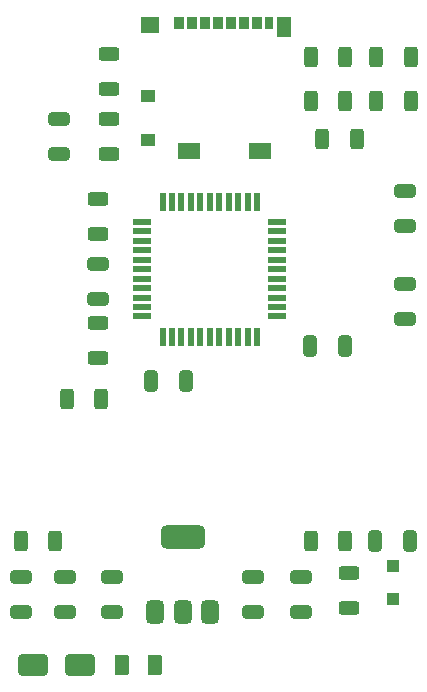
<source format=gtp>
G04 #@! TF.GenerationSoftware,KiCad,Pcbnew,8.0.4*
G04 #@! TF.CreationDate,2024-10-18T17:00:07+02:00*
G04 #@! TF.ProjectId,Atari_SIO2SD_Mini,41746172-695f-4534-994f-3253445f4d69,rev?*
G04 #@! TF.SameCoordinates,Original*
G04 #@! TF.FileFunction,Paste,Top*
G04 #@! TF.FilePolarity,Positive*
%FSLAX46Y46*%
G04 Gerber Fmt 4.6, Leading zero omitted, Abs format (unit mm)*
G04 Created by KiCad (PCBNEW 8.0.4) date 2024-10-18 17:00:07*
%MOMM*%
%LPD*%
G01*
G04 APERTURE LIST*
G04 Aperture macros list*
%AMRoundRect*
0 Rectangle with rounded corners*
0 $1 Rounding radius*
0 $2 $3 $4 $5 $6 $7 $8 $9 X,Y pos of 4 corners*
0 Add a 4 corners polygon primitive as box body*
4,1,4,$2,$3,$4,$5,$6,$7,$8,$9,$2,$3,0*
0 Add four circle primitives for the rounded corners*
1,1,$1+$1,$2,$3*
1,1,$1+$1,$4,$5*
1,1,$1+$1,$6,$7*
1,1,$1+$1,$8,$9*
0 Add four rect primitives between the rounded corners*
20,1,$1+$1,$2,$3,$4,$5,0*
20,1,$1+$1,$4,$5,$6,$7,0*
20,1,$1+$1,$6,$7,$8,$9,0*
20,1,$1+$1,$8,$9,$2,$3,0*%
G04 Aperture macros list end*
%ADD10RoundRect,0.375000X0.375000X-0.625000X0.375000X0.625000X-0.375000X0.625000X-0.375000X-0.625000X0*%
%ADD11RoundRect,0.500000X1.400000X-0.500000X1.400000X0.500000X-1.400000X0.500000X-1.400000X-0.500000X0*%
%ADD12RoundRect,0.250000X-0.312500X-0.625000X0.312500X-0.625000X0.312500X0.625000X-0.312500X0.625000X0*%
%ADD13RoundRect,0.250000X-0.650000X0.325000X-0.650000X-0.325000X0.650000X-0.325000X0.650000X0.325000X0*%
%ADD14RoundRect,0.250000X0.625000X-0.312500X0.625000X0.312500X-0.625000X0.312500X-0.625000X-0.312500X0*%
%ADD15RoundRect,0.250000X-0.325000X-0.650000X0.325000X-0.650000X0.325000X0.650000X-0.325000X0.650000X0*%
%ADD16RoundRect,0.250000X-0.375000X-0.625000X0.375000X-0.625000X0.375000X0.625000X-0.375000X0.625000X0*%
%ADD17RoundRect,0.250000X-0.300000X0.300000X-0.300000X-0.300000X0.300000X-0.300000X0.300000X0.300000X0*%
%ADD18R,0.850000X1.100000*%
%ADD19R,0.750000X1.100000*%
%ADD20R,1.200000X1.000000*%
%ADD21R,1.550000X1.350000*%
%ADD22R,1.900000X1.350000*%
%ADD23R,1.170000X1.800000*%
%ADD24RoundRect,0.250000X0.650000X-0.325000X0.650000X0.325000X-0.650000X0.325000X-0.650000X-0.325000X0*%
%ADD25R,1.500000X0.550000*%
%ADD26R,0.550000X1.500000*%
%ADD27RoundRect,0.250000X0.312500X0.625000X-0.312500X0.625000X-0.312500X-0.625000X0.312500X-0.625000X0*%
%ADD28RoundRect,0.250000X-0.625000X0.312500X-0.625000X-0.312500X0.625000X-0.312500X0.625000X0.312500X0*%
%ADD29RoundRect,0.250000X0.325000X0.650000X-0.325000X0.650000X-0.325000X-0.650000X0.325000X-0.650000X0*%
%ADD30RoundRect,0.250000X1.000000X0.650000X-1.000000X0.650000X-1.000000X-0.650000X1.000000X-0.650000X0*%
G04 APERTURE END LIST*
D10*
X144900000Y-105500000D03*
X147200000Y-105500000D03*
D11*
X147200000Y-99200000D03*
D10*
X149500000Y-105500000D03*
D12*
X158037500Y-62250000D03*
X160962500Y-62250000D03*
X159037500Y-65500000D03*
X161962500Y-65500000D03*
D13*
X140000000Y-76062500D03*
X140000000Y-79012500D03*
D12*
X158037500Y-99500000D03*
X160962500Y-99500000D03*
D14*
X141000000Y-66712500D03*
X141000000Y-63787500D03*
D12*
X163575000Y-58500000D03*
X166500000Y-58500000D03*
D14*
X140000000Y-84000000D03*
X140000000Y-81075000D03*
D15*
X163525000Y-99500000D03*
X166475000Y-99500000D03*
D14*
X140000000Y-73500000D03*
X140000000Y-70575000D03*
D16*
X142100000Y-110000000D03*
X144900000Y-110000000D03*
D13*
X137200000Y-102550000D03*
X137200000Y-105500000D03*
D17*
X165000000Y-101600000D03*
X165000000Y-104400000D03*
D18*
X146895000Y-55675000D03*
X147995000Y-55675000D03*
X149095000Y-55675000D03*
X150195000Y-55675000D03*
X151295000Y-55675000D03*
X152395000Y-55675000D03*
X153495000Y-55675000D03*
D19*
X154545000Y-55675000D03*
D20*
X144260000Y-61825000D03*
X144260000Y-65525000D03*
D21*
X144435000Y-55800000D03*
D22*
X147760000Y-66500000D03*
X153730000Y-66500000D03*
D23*
X155755000Y-56025000D03*
D14*
X141000000Y-61212500D03*
X141000000Y-58287500D03*
D15*
X158025000Y-83000000D03*
X160975000Y-83000000D03*
D13*
X166000000Y-77730000D03*
X166000000Y-80680000D03*
D24*
X166000000Y-72850000D03*
X166000000Y-69900000D03*
X157200000Y-105500000D03*
X157200000Y-102550000D03*
D25*
X155200000Y-80500000D03*
X155200000Y-79700000D03*
X155200000Y-78900000D03*
X155200000Y-78100000D03*
X155200000Y-77300000D03*
X155200000Y-76500000D03*
X155200000Y-75700000D03*
X155200000Y-74900000D03*
X155200000Y-74100000D03*
X155200000Y-73300000D03*
X155200000Y-72500000D03*
D26*
X153500000Y-70800000D03*
X152700000Y-70800000D03*
X151900000Y-70800000D03*
X151100000Y-70800000D03*
X150300000Y-70800000D03*
X149500000Y-70800000D03*
X148700000Y-70800000D03*
X147900000Y-70800000D03*
X147100000Y-70800000D03*
X146300000Y-70800000D03*
X145500000Y-70800000D03*
D25*
X143800000Y-72500000D03*
X143800000Y-73300000D03*
X143800000Y-74100000D03*
X143800000Y-74900000D03*
X143800000Y-75700000D03*
X143800000Y-76500000D03*
X143800000Y-77300000D03*
X143800000Y-78100000D03*
X143800000Y-78900000D03*
X143800000Y-79700000D03*
X143800000Y-80500000D03*
D26*
X145500000Y-82200000D03*
X146300000Y-82200000D03*
X147100000Y-82200000D03*
X147900000Y-82200000D03*
X148700000Y-82200000D03*
X149500000Y-82200000D03*
X150300000Y-82200000D03*
X151100000Y-82200000D03*
X151900000Y-82200000D03*
X152700000Y-82200000D03*
X153500000Y-82200000D03*
D27*
X140302500Y-87500000D03*
X137377500Y-87500000D03*
D28*
X161250000Y-102250000D03*
X161250000Y-105175000D03*
D12*
X158037500Y-58500000D03*
X160962500Y-58500000D03*
D24*
X153200000Y-105500000D03*
X153200000Y-102550000D03*
D12*
X163575000Y-62250000D03*
X166500000Y-62250000D03*
D29*
X147475000Y-86000000D03*
X144525000Y-86000000D03*
D27*
X136425000Y-99500000D03*
X133500000Y-99500000D03*
D13*
X133500000Y-102550000D03*
X133500000Y-105500000D03*
D30*
X138500000Y-110000000D03*
X134500000Y-110000000D03*
D24*
X136750000Y-66750000D03*
X136750000Y-63800000D03*
D13*
X141200000Y-102550000D03*
X141200000Y-105500000D03*
M02*

</source>
